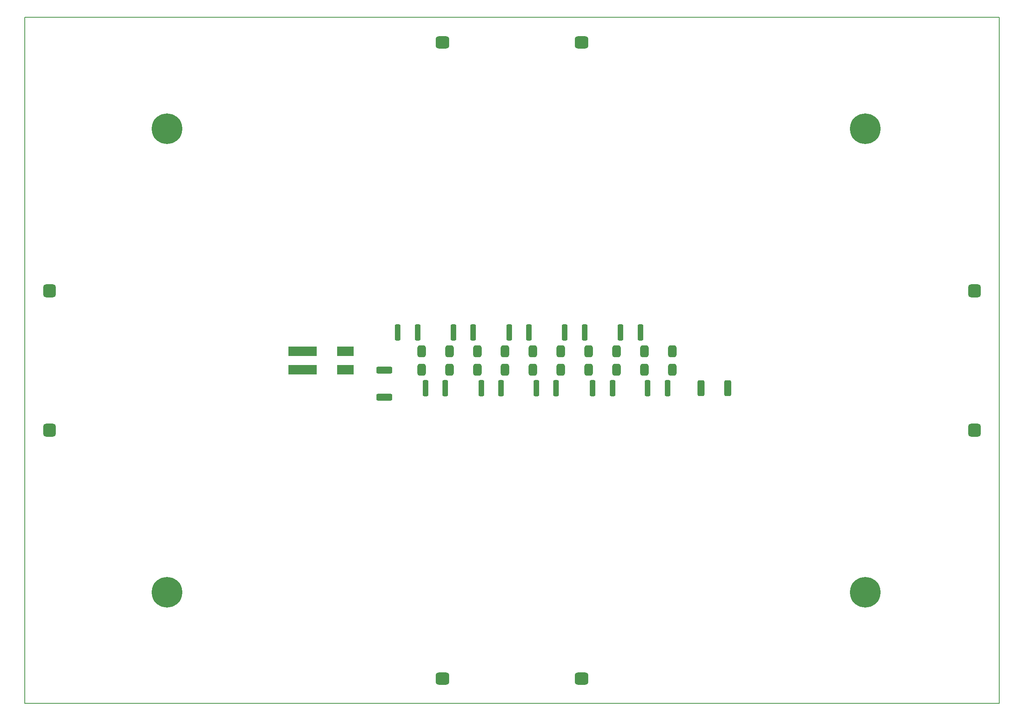
<source format=gbs>
G04 #@! TF.GenerationSoftware,KiCad,Pcbnew,6.0.0-d3dd2cf0fa~116~ubuntu20.04.1*
G04 #@! TF.CreationDate,2022-01-09T22:40:42+01:00*
G04 #@! TF.ProjectId,Statikplatte,53746174-696b-4706-9c61-7474652e6b69,rev?*
G04 #@! TF.SameCoordinates,Original*
G04 #@! TF.FileFunction,Soldermask,Bot*
G04 #@! TF.FilePolarity,Negative*
%FSLAX46Y46*%
G04 Gerber Fmt 4.6, Leading zero omitted, Abs format (unit mm)*
G04 Created by KiCad (PCBNEW 6.0.0-d3dd2cf0fa~116~ubuntu20.04.1) date 2022-01-09 22:40:42*
%MOMM*%
%LPD*%
G01*
G04 APERTURE LIST*
G04 Aperture macros list*
%AMRoundRect*
0 Rectangle with rounded corners*
0 $1 Rounding radius*
0 $2 $3 $4 $5 $6 $7 $8 $9 X,Y pos of 4 corners*
0 Add a 4 corners polygon primitive as box body*
4,1,4,$2,$3,$4,$5,$6,$7,$8,$9,$2,$3,0*
0 Add four circle primitives for the rounded corners*
1,1,$1+$1,$2,$3*
1,1,$1+$1,$4,$5*
1,1,$1+$1,$6,$7*
1,1,$1+$1,$8,$9*
0 Add four rect primitives between the rounded corners*
20,1,$1+$1,$2,$3,$4,$5,0*
20,1,$1+$1,$4,$5,$6,$7,0*
20,1,$1+$1,$6,$7,$8,$9,0*
20,1,$1+$1,$8,$9,$2,$3,0*%
G04 Aperture macros list end*
G04 #@! TA.AperFunction,Profile*
%ADD10C,0.150000*%
G04 #@! TD*
%ADD11RoundRect,0.701000X0.750000X-0.650000X0.750000X0.650000X-0.750000X0.650000X-0.750000X-0.650000X0*%
%ADD12RoundRect,0.701000X-0.650000X-0.750000X0.650000X-0.750000X0.650000X0.750000X-0.650000X0.750000X0*%
%ADD13RoundRect,0.701000X-0.750000X0.650000X-0.750000X-0.650000X0.750000X-0.650000X0.750000X0.650000X0*%
%ADD14RoundRect,0.701000X0.650000X0.750000X-0.650000X0.750000X-0.650000X-0.750000X0.650000X-0.750000X0*%
%ADD15C,6.602000*%
%ADD16RoundRect,0.301000X0.312500X1.450000X-0.312500X1.450000X-0.312500X-1.450000X0.312500X-1.450000X0*%
%ADD17RoundRect,0.476000X0.425000X-0.825000X0.425000X0.825000X-0.425000X0.825000X-0.425000X-0.825000X0*%
%ADD18RoundRect,0.476000X-0.425000X0.825000X-0.425000X-0.825000X0.425000X-0.825000X0.425000X0.825000X0*%
%ADD19RoundRect,0.301000X0.425000X1.425000X-0.425000X1.425000X-0.425000X-1.425000X0.425000X-1.425000X0*%
%ADD20RoundRect,0.051000X-1.750000X-1.000000X1.750000X-1.000000X1.750000X1.000000X-1.750000X1.000000X0*%
%ADD21RoundRect,0.051000X-3.000000X-1.000000X3.000000X-1.000000X3.000000X1.000000X-3.000000X1.000000X0*%
%ADD22RoundRect,0.301000X1.425000X-0.425000X1.425000X0.425000X-1.425000X0.425000X-1.425000X-0.425000X0*%
G04 APERTURE END LIST*
D10*
X15000000Y-15000000D02*
X225000000Y-15000000D01*
X225000000Y-15000000D02*
X225000000Y-163000000D01*
X15000000Y-163000000D02*
X225000000Y-163000000D01*
X15000000Y-15000000D02*
X15000000Y-163000000D01*
X15000000Y-15000000D02*
X225000000Y-15000000D01*
X225000000Y-15000000D02*
X225000000Y-163000000D01*
X15000000Y-163000000D02*
X225000000Y-163000000D01*
X15000000Y-15000000D02*
X15000000Y-163000000D01*
D11*
X105000000Y-157650000D03*
D12*
X20350000Y-74000000D03*
D13*
X105000000Y-20350000D03*
D14*
X219650000Y-74000000D03*
D11*
X135000000Y-157650000D03*
D14*
X219650000Y-104000000D03*
D12*
X20350000Y-104000000D03*
D15*
X45625000Y-39000000D03*
X196125000Y-139000000D03*
X196125000Y-39000000D03*
X45625000Y-139000000D03*
D16*
X101362500Y-95000000D03*
X105637500Y-95000000D03*
X107362500Y-83000000D03*
X111637500Y-83000000D03*
X113362500Y-95000000D03*
X117637500Y-95000000D03*
X119362500Y-83000000D03*
X123637500Y-83000000D03*
X125225000Y-95000000D03*
X129500000Y-95000000D03*
X131362500Y-83000000D03*
X135637500Y-83000000D03*
X137362500Y-95000000D03*
X141637500Y-95000000D03*
X143362500Y-83000000D03*
X147637500Y-83000000D03*
X149225000Y-95000000D03*
X153500000Y-95000000D03*
D17*
X154500000Y-87000000D03*
X154500000Y-91000000D03*
X106500000Y-86999999D03*
X106500000Y-90999999D03*
D18*
X112500000Y-91000000D03*
X112500000Y-87000000D03*
D17*
X118500000Y-87000000D03*
X118500000Y-91000000D03*
D18*
X124500000Y-91000000D03*
X124500000Y-87000000D03*
D17*
X130500000Y-86999999D03*
X130500000Y-90999999D03*
D18*
X136500000Y-91000001D03*
X136500000Y-87000001D03*
D17*
X142500000Y-87000000D03*
X142500000Y-91000000D03*
D18*
X148500000Y-91000000D03*
X148500000Y-87000000D03*
D16*
X95362500Y-83000000D03*
X99637500Y-83000000D03*
D19*
X160700000Y-95000000D03*
X166500000Y-95000000D03*
D18*
X100500000Y-91000000D03*
X100500000Y-87000000D03*
D20*
X84125000Y-87000000D03*
X84125000Y-91000000D03*
D21*
X74875000Y-87000000D03*
X74875000Y-91000000D03*
D22*
X92500000Y-91100000D03*
X92500000Y-96900000D03*
D13*
X135000000Y-20350000D03*
M02*

</source>
